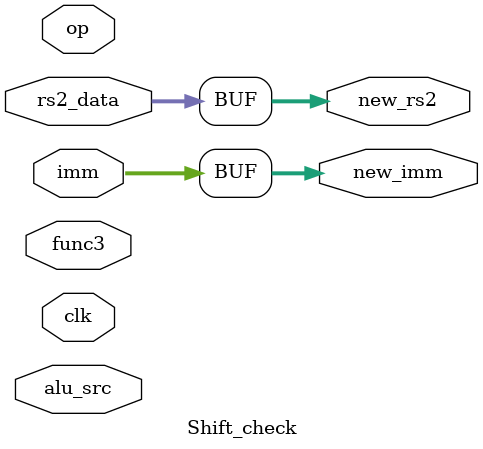
<source format=v>
module Shift_check(
	input clk,
	input [31:0]rs2_data,
	input [31:0]imm,
	input alu_src,
	input [6:0]op,
	input [2:0]func3,
	output reg[31:0]new_rs2,
	output reg[31:0]new_imm
);
	always@*begin
		if(op==7'b0110011)begin
		// R
			if(func3==3'b001||func3==3'b101)begin
				new_rs2 = rs2_data[4:0];
				new_imm = imm;
			end else begin
				new_rs2 = rs2_data;
				new_imm = imm;
			end
		end else if(op==7'b0010011)begin
		// I
			if(func3==3'b001||func3==3'b101)begin
				new_rs2 = rs2_data;
				new_imm = {27'b0,imm[4:0]};
			end else begin
				new_rs2 = rs2_data;
				new_imm = new_imm;
			end
		end if(op==7'b1100111)begin
			new_rs2 = rs2_data;
			new_imm = imm;		
		end else begin
			new_rs2 = rs2_data;
			new_imm = imm;
		end
	end
endmodule

</source>
